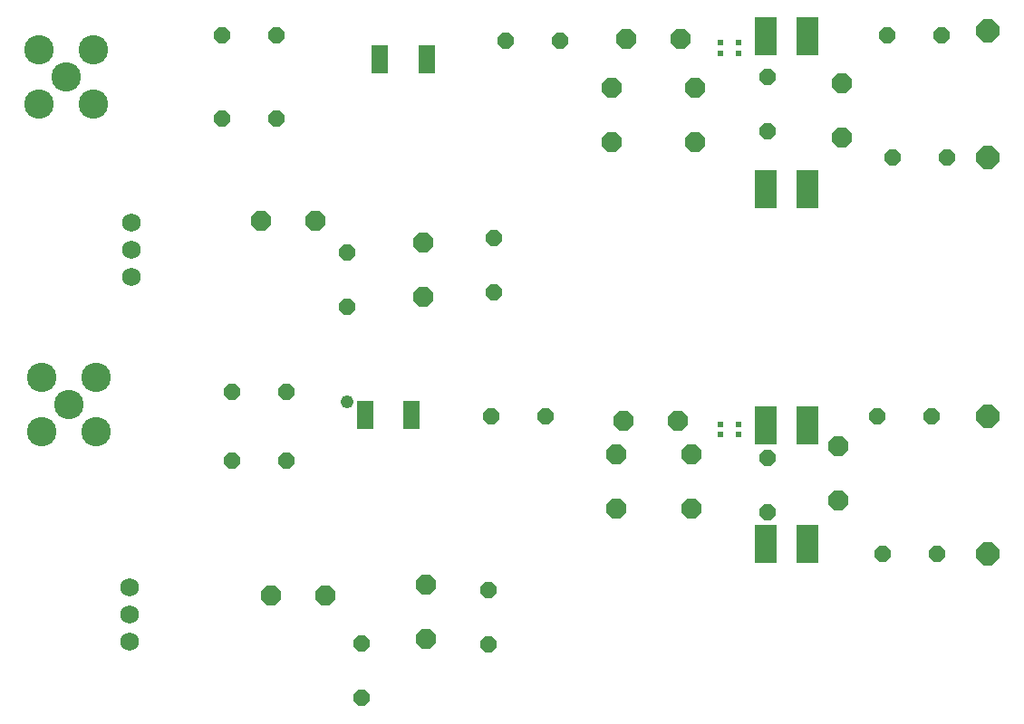
<source format=gts>
G75*
%MOIN*%
%OFA0B0*%
%FSLAX25Y25*%
%IPPOS*%
%LPD*%
%AMOC8*
5,1,8,0,0,1.08239X$1,22.5*
%
%ADD10R,0.06400X0.02500*%
%ADD11C,0.10800*%
%ADD12OC8,0.07400*%
%ADD13R,0.08280X0.14186*%
%ADD14C,0.06800*%
%ADD15OC8,0.08400*%
%ADD16R,0.02375X0.02178*%
%ADD17OC8,0.06000*%
%ADD18C,0.04800*%
D10*
X0154754Y0122850D03*
X0154754Y0125350D03*
X0154754Y0127950D03*
X0154754Y0130450D03*
X0171954Y0130450D03*
X0171954Y0127950D03*
X0171954Y0125350D03*
X0171954Y0122850D03*
X0177479Y0253875D03*
X0177479Y0256375D03*
X0177479Y0258975D03*
X0177479Y0261475D03*
X0160279Y0261475D03*
X0160279Y0258975D03*
X0160279Y0256375D03*
X0160279Y0253875D03*
D11*
X0054904Y0261000D03*
X0044904Y0251000D03*
X0054904Y0241000D03*
X0034904Y0241000D03*
X0034904Y0261000D03*
X0035704Y0140400D03*
X0045704Y0130400D03*
X0055704Y0120400D03*
X0035704Y0120400D03*
X0055704Y0140400D03*
D12*
X0116504Y0198000D03*
X0136504Y0198000D03*
X0176279Y0190275D03*
X0176279Y0170275D03*
X0249804Y0124500D03*
X0247054Y0112250D03*
X0269804Y0124500D03*
X0274804Y0112250D03*
X0274804Y0092250D03*
X0247054Y0092250D03*
X0177054Y0064000D03*
X0177054Y0044000D03*
X0140304Y0060000D03*
X0120304Y0060000D03*
X0328879Y0095125D03*
X0328879Y0115125D03*
X0330304Y0228800D03*
X0330304Y0248800D03*
X0276079Y0247125D03*
X0270804Y0265000D03*
X0250804Y0265000D03*
X0245529Y0247125D03*
X0245529Y0227125D03*
X0276079Y0227125D03*
D13*
X0302227Y0209800D03*
X0317581Y0209800D03*
X0317581Y0266000D03*
X0302227Y0266000D03*
X0302227Y0122700D03*
X0317581Y0122700D03*
X0317581Y0079000D03*
X0302227Y0079000D03*
D14*
X0068304Y0043000D03*
X0068304Y0053000D03*
X0068304Y0063000D03*
X0068704Y0177600D03*
X0068704Y0187600D03*
X0068704Y0197600D03*
D15*
X0383904Y0221400D03*
X0383904Y0268200D03*
X0383904Y0126000D03*
X0383904Y0075600D03*
D16*
X0292227Y0119430D03*
X0292227Y0123249D03*
X0285416Y0123249D03*
X0285416Y0119351D03*
X0285416Y0259751D03*
X0285416Y0263649D03*
X0292227Y0263649D03*
X0292227Y0259830D03*
D17*
X0302904Y0251200D03*
X0302904Y0231200D03*
X0348704Y0221400D03*
X0368704Y0221400D03*
X0366904Y0266400D03*
X0346904Y0266400D03*
X0226504Y0264600D03*
X0206504Y0264600D03*
X0122104Y0266400D03*
X0102104Y0266400D03*
X0102104Y0235800D03*
X0122104Y0235800D03*
X0148104Y0186400D03*
X0148104Y0166400D03*
X0125704Y0135000D03*
X0105704Y0135000D03*
X0105704Y0109800D03*
X0125704Y0109800D03*
X0201104Y0126000D03*
X0221104Y0126000D03*
X0202104Y0171800D03*
X0202104Y0191800D03*
X0302904Y0110800D03*
X0302904Y0090800D03*
X0345104Y0075600D03*
X0365104Y0075600D03*
X0363304Y0126000D03*
X0343304Y0126000D03*
X0200304Y0062200D03*
X0200304Y0042200D03*
X0153504Y0042400D03*
X0153504Y0022400D03*
D18*
X0148104Y0131400D03*
M02*

</source>
